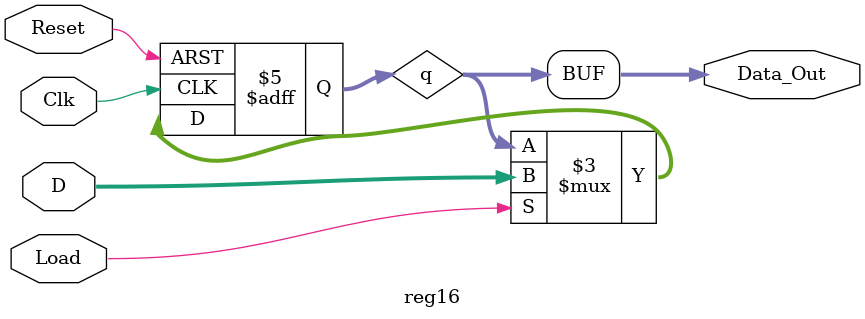
<source format=sv>
module reg16(input  logic Clk, Reset, Load,
              input  logic [15:0]  D,
              output logic [15:0]  Data_Out);
				  
				  logic [15:0] q;
				  assign Data_Out = q;
always_ff @ (posedge Clk or posedge Reset)
    begin
		
	 	 if (Reset)
			  q <= 16'h0;
		 else if (Load)
			  q <= D;
		 else
			q <= Data_Out;
			
    end

endmodule

</source>
